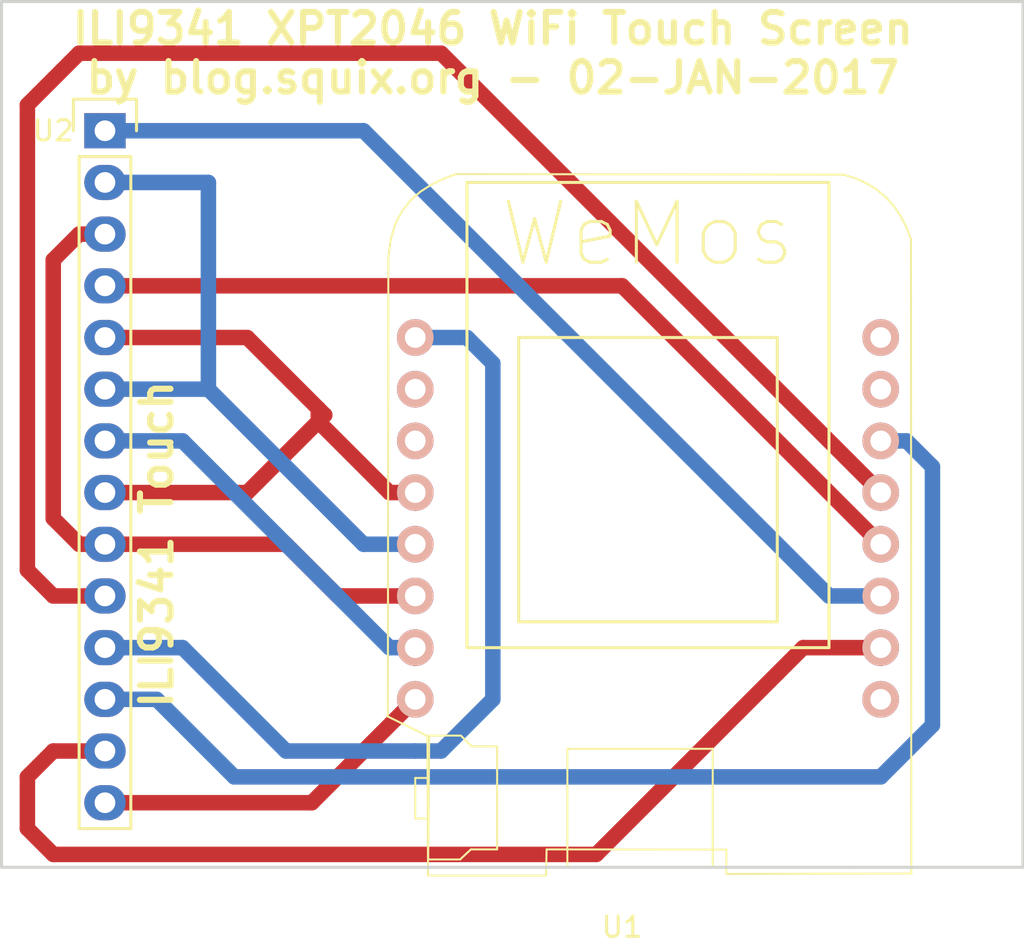
<source format=kicad_pcb>
(kicad_pcb (version 4) (host pcbnew 4.0.5)

  (general
    (links 14)
    (no_connects 0)
    (area 110.414999 82.474999 160.730001 129.0574)
    (thickness 1.6)
    (drawings 6)
    (tracks 60)
    (zones 0)
    (modules 2)
    (nets 17)
  )

  (page A4)
  (layers
    (0 F.Cu signal)
    (31 B.Cu signal)
    (32 B.Adhes user)
    (33 F.Adhes user)
    (34 B.Paste user)
    (35 F.Paste user)
    (36 B.SilkS user)
    (37 F.SilkS user)
    (38 B.Mask user)
    (39 F.Mask user)
    (40 Dwgs.User user)
    (41 Cmts.User user)
    (42 Eco1.User user)
    (43 Eco2.User user)
    (44 Edge.Cuts user)
    (45 Margin user)
    (46 B.CrtYd user)
    (47 F.CrtYd user)
    (48 B.Fab user)
    (49 F.Fab user)
  )

  (setup
    (last_trace_width 0.762)
    (trace_clearance 0.1524)
    (zone_clearance 0.508)
    (zone_45_only no)
    (trace_min 0.1524)
    (segment_width 0.2)
    (edge_width 0.15)
    (via_size 0.6858)
    (via_drill 0.3302)
    (via_min_size 0.6858)
    (via_min_drill 0.3302)
    (uvia_size 0.762)
    (uvia_drill 0.1)
    (uvias_allowed no)
    (uvia_min_size 0)
    (uvia_min_drill 0)
    (pcb_text_width 0.3)
    (pcb_text_size 1.5 1.5)
    (mod_edge_width 0.15)
    (mod_text_size 1 1)
    (mod_text_width 0.15)
    (pad_size 1.524 1.524)
    (pad_drill 0.762)
    (pad_to_mask_clearance 0.2)
    (aux_axis_origin 0 0)
    (visible_elements FFFFFF7F)
    (pcbplotparams
      (layerselection 0x010f0_80000001)
      (usegerberextensions false)
      (excludeedgelayer true)
      (linewidth 0.100000)
      (plotframeref false)
      (viasonmask false)
      (mode 1)
      (useauxorigin false)
      (hpglpennumber 1)
      (hpglpenspeed 20)
      (hpglpendiameter 15)
      (hpglpenoverlay 2)
      (psnegative false)
      (psa4output false)
      (plotreference true)
      (plotvalue false)
      (plotinvisibletext false)
      (padsonsilk false)
      (subtractmaskfromsilk true)
      (outputformat 1)
      (mirror false)
      (drillshape 0)
      (scaleselection 1)
      (outputdirectory GERBERS))
  )

  (net 0 "")
  (net 1 "Net-(U1-Pad8)")
  (net 2 "Net-(U1-Pad7)")
  (net 3 "Net-(U1-Pad6)")
  (net 4 "Net-(U1-Pad5)")
  (net 5 "Net-(U1-Pad4)")
  (net 6 "Net-(U1-Pad3)")
  (net 7 GND)
  (net 8 "Net-(U1-Pad1)")
  (net 9 /VCC)
  (net 10 "Net-(U1-Pad15)")
  (net 11 "Net-(U1-Pad14)")
  (net 12 "Net-(U1-Pad13)")
  (net 13 "Net-(U1-Pad12)")
  (net 14 "Net-(U1-Pad11)")
  (net 15 "Net-(U1-Pad10)")
  (net 16 "Net-(U1-Pad9)")

  (net_class Default "This is the default net class."
    (clearance 0.1524)
    (trace_width 0.762)
    (via_dia 0.6858)
    (via_drill 0.3302)
    (uvia_dia 0.762)
    (uvia_drill 0.1)
    (add_net /VCC)
    (add_net GND)
    (add_net "Net-(U1-Pad1)")
    (add_net "Net-(U1-Pad10)")
    (add_net "Net-(U1-Pad11)")
    (add_net "Net-(U1-Pad12)")
    (add_net "Net-(U1-Pad13)")
    (add_net "Net-(U1-Pad14)")
    (add_net "Net-(U1-Pad15)")
    (add_net "Net-(U1-Pad3)")
    (add_net "Net-(U1-Pad4)")
    (add_net "Net-(U1-Pad5)")
    (add_net "Net-(U1-Pad6)")
    (add_net "Net-(U1-Pad7)")
    (add_net "Net-(U1-Pad8)")
    (add_net "Net-(U1-Pad9)")
  )

  (module Pin_Headers:Pin_Header_Straight_1x14 (layer F.Cu) (tedit 586A49D4) (tstamp 5846E1EC)
    (at 115.57 88.9)
    (descr "Through hole pin header")
    (tags "pin header")
    (path /5846DFFC)
    (fp_text reference U2 (at -2.54 0) (layer F.SilkS)
      (effects (font (size 1 1) (thickness 0.15)))
    )
    (fp_text value ILI9341_24_Touch (at -2.54 9.525 90) (layer F.Fab)
      (effects (font (size 1 1) (thickness 0.15)))
    )
    (fp_line (start -1.75 -1.75) (end -1.75 34.8) (layer F.CrtYd) (width 0.05))
    (fp_line (start 1.75 -1.75) (end 1.75 34.8) (layer F.CrtYd) (width 0.05))
    (fp_line (start -1.75 -1.75) (end 1.75 -1.75) (layer F.CrtYd) (width 0.05))
    (fp_line (start -1.75 34.8) (end 1.75 34.8) (layer F.CrtYd) (width 0.05))
    (fp_line (start -1.27 1.27) (end -1.27 34.29) (layer F.SilkS) (width 0.15))
    (fp_line (start -1.27 34.29) (end 1.27 34.29) (layer F.SilkS) (width 0.15))
    (fp_line (start 1.27 34.29) (end 1.27 1.27) (layer F.SilkS) (width 0.15))
    (fp_line (start 1.55 -1.55) (end 1.55 0) (layer F.SilkS) (width 0.15))
    (fp_line (start 1.27 1.27) (end -1.27 1.27) (layer F.SilkS) (width 0.15))
    (fp_line (start -1.55 0) (end -1.55 -1.55) (layer F.SilkS) (width 0.15))
    (fp_line (start -1.55 -1.55) (end 1.55 -1.55) (layer F.SilkS) (width 0.15))
    (pad 1 thru_hole rect (at 0 0) (size 2.032 1.7272) (drill 1.016) (layers *.Cu *.Mask)
      (net 6 "Net-(U1-Pad3)"))
    (pad 2 thru_hole oval (at 0 2.54) (size 2.032 1.7272) (drill 1.016) (layers *.Cu *.Mask)
      (net 12 "Net-(U1-Pad13)"))
    (pad 3 thru_hole oval (at 0 5.08) (size 2.032 1.7272) (drill 1.016) (layers *.Cu *.Mask)
      (net 11 "Net-(U1-Pad14)"))
    (pad 4 thru_hole oval (at 0 7.62) (size 2.032 1.7272) (drill 1.016) (layers *.Cu *.Mask)
      (net 5 "Net-(U1-Pad4)"))
    (pad 5 thru_hole oval (at 0 10.16) (size 2.032 1.7272) (drill 1.016) (layers *.Cu *.Mask)
      (net 13 "Net-(U1-Pad12)"))
    (pad 6 thru_hole oval (at 0 12.7) (size 2.032 1.7272) (drill 1.016) (layers *.Cu *.Mask)
      (net 12 "Net-(U1-Pad13)"))
    (pad 7 thru_hole oval (at 0 15.24) (size 2.032 1.7272) (drill 1.016) (layers *.Cu *.Mask)
      (net 10 "Net-(U1-Pad15)"))
    (pad 8 thru_hole oval (at 0 17.78) (size 2.032 1.7272) (drill 1.016) (layers *.Cu *.Mask)
      (net 13 "Net-(U1-Pad12)"))
    (pad 9 thru_hole oval (at 0 20.32) (size 2.032 1.7272) (drill 1.016) (layers *.Cu *.Mask)
      (net 11 "Net-(U1-Pad14)"))
    (pad 10 thru_hole oval (at 0 22.86) (size 2.032 1.7272) (drill 1.016) (layers *.Cu *.Mask)
      (net 4 "Net-(U1-Pad5)"))
    (pad 11 thru_hole oval (at 0 25.4) (size 2.032 1.7272) (drill 1.016) (layers *.Cu *.Mask)
      (net 16 "Net-(U1-Pad9)"))
    (pad 12 thru_hole oval (at 0 27.94) (size 2.032 1.7272) (drill 1.016) (layers *.Cu *.Mask)
      (net 3 "Net-(U1-Pad6)"))
    (pad 13 thru_hole oval (at 0 30.48) (size 2.032 1.7272) (drill 1.016) (layers *.Cu *.Mask)
      (net 7 GND))
    (pad 14 thru_hole oval (at 0 33.02) (size 2.032 1.7272) (drill 1.016) (layers *.Cu *.Mask)
      (net 9 /VCC))
    (model Pin_Headers.3dshapes/Pin_Header_Straight_1x14.wrl
      (at (xyz 0 -0.65 0))
      (scale (xyz 1 1 1))
      (rotate (xyz 0 0 90))
    )
  )

  (module WemosD1Mini:D1_mini_board (layer B.Cu) (tedit 586A42E4) (tstamp 5846E1DA)
    (at 142.24 109.22 180)
    (path /5846DA55)
    (fp_text reference U1 (at 1.27 -18.81 180) (layer F.SilkS)
      (effects (font (size 1 1) (thickness 0.15)))
    )
    (fp_text value WeMos_mini (at 1.27 12.065 180) (layer F.Fab)
      (effects (font (size 1 1) (thickness 0.15)))
    )
    (fp_text user WeMos (at 0 15.24 180) (layer F.SilkS)
      (effects (font (size 3 3) (thickness 0.15)))
    )
    (fp_line (start -6.35 -3.81) (end -6.35 10.16) (layer F.SilkS) (width 0.15))
    (fp_line (start -6.35 10.16) (end 6.35 10.16) (layer F.SilkS) (width 0.15))
    (fp_line (start 6.35 10.16) (end 6.35 -3.81) (layer F.SilkS) (width 0.15))
    (fp_line (start 6.35 -3.81) (end -6.35 -3.81) (layer F.SilkS) (width 0.15))
    (fp_line (start -8.89 -5.08) (end 8.89 -5.08) (layer F.SilkS) (width 0.15))
    (fp_line (start 8.89 -5.08) (end 8.89 17.78) (layer F.SilkS) (width 0.15))
    (fp_line (start 8.89 17.78) (end -8.89 17.78) (layer F.SilkS) (width 0.15))
    (fp_line (start -8.89 17.78) (end -8.89 -5.08) (layer F.SilkS) (width 0.15))
    (fp_line (start 10.817472 -16.277228) (end 5.00618 -16.277228) (layer F.SilkS) (width 0.1))
    (fp_line (start 5.00618 -16.277228) (end 4.979849 -14.993795) (layer F.SilkS) (width 0.1))
    (fp_line (start 4.979849 -14.993795) (end -3.851373 -15.000483) (layer F.SilkS) (width 0.1))
    (fp_line (start -3.851373 -15.000483) (end -3.849397 -16.202736) (layer F.SilkS) (width 0.1))
    (fp_line (start -3.849397 -16.202736) (end -12.930193 -16.176658) (layer F.SilkS) (width 0.1))
    (fp_line (start -12.930193 -16.176658) (end -12.916195 14.993493) (layer F.SilkS) (width 0.1))
    (fp_line (start -12.916195 14.993493) (end -12.683384 15.596286) (layer F.SilkS) (width 0.1))
    (fp_line (start -12.683384 15.596286) (end -12.399901 16.141167) (layer F.SilkS) (width 0.1))
    (fp_line (start -12.399901 16.141167) (end -12.065253 16.627577) (layer F.SilkS) (width 0.1))
    (fp_line (start -12.065253 16.627577) (end -11.678953 17.054952) (layer F.SilkS) (width 0.1))
    (fp_line (start -11.678953 17.054952) (end -11.240512 17.422741) (layer F.SilkS) (width 0.1))
    (fp_line (start -11.240512 17.422741) (end -10.74944 17.730377) (layer F.SilkS) (width 0.1))
    (fp_line (start -10.74944 17.730377) (end -10.20525 17.97731) (layer F.SilkS) (width 0.1))
    (fp_line (start -10.20525 17.97731) (end -9.607453 18.162976) (layer F.SilkS) (width 0.1))
    (fp_line (start -9.607453 18.162976) (end 9.43046 18.191734) (layer F.SilkS) (width 0.1))
    (fp_line (start 9.43046 18.191734) (end 10.049824 17.957741) (layer F.SilkS) (width 0.1))
    (fp_line (start 10.049824 17.957741) (end 10.638018 17.673258) (layer F.SilkS) (width 0.1))
    (fp_line (start 10.638018 17.673258) (end 11.181445 17.323743) (layer F.SilkS) (width 0.1))
    (fp_line (start 11.181445 17.323743) (end 11.666503 16.894658) (layer F.SilkS) (width 0.1))
    (fp_line (start 11.666503 16.894658) (end 12.079595 16.37146) (layer F.SilkS) (width 0.1))
    (fp_line (start 12.079595 16.37146) (end 12.407122 15.739613) (layer F.SilkS) (width 0.1))
    (fp_line (start 12.407122 15.739613) (end 12.635482 14.984575) (layer F.SilkS) (width 0.1))
    (fp_line (start 12.635482 14.984575) (end 12.751078 14.091807) (layer F.SilkS) (width 0.1))
    (fp_line (start 12.751078 14.091807) (end 12.776026 -8.463285) (layer F.SilkS) (width 0.1))
    (fp_line (start 12.776026 -8.463285) (end 10.83248 -9.424181) (layer F.SilkS) (width 0.1))
    (fp_line (start 10.83248 -9.424181) (end 10.802686 -16.232524) (layer F.SilkS) (width 0.1))
    (fp_line (start -3.17965 -10.051451) (end 3.959931 -10.051451) (layer F.SilkS) (width 0.1))
    (fp_line (start 3.959931 -10.051451) (end 3.959931 -15.865188) (layer F.SilkS) (width 0.1))
    (fp_line (start 3.959931 -15.865188) (end -3.17965 -15.865188) (layer F.SilkS) (width 0.1))
    (fp_line (start -3.17965 -15.865188) (end -3.17965 -10.051451) (layer F.SilkS) (width 0.1))
    (fp_line (start 10.7436 -9.402349) (end 9.191378 -9.402349) (layer F.SilkS) (width 0.1))
    (fp_line (start 9.191378 -9.402349) (end 8.662211 -9.931515) (layer F.SilkS) (width 0.1))
    (fp_line (start 8.662211 -9.931515) (end 7.40985 -9.931515) (layer F.SilkS) (width 0.1))
    (fp_line (start 7.40985 -9.931515) (end 7.40985 -14.993876) (layer F.SilkS) (width 0.1))
    (fp_line (start 7.40985 -14.993876) (end 8.697489 -14.993876) (layer F.SilkS) (width 0.1))
    (fp_line (start 8.697489 -14.993876) (end 9.226656 -15.487765) (layer F.SilkS) (width 0.1))
    (fp_line (start 9.226656 -15.487765) (end 10.796517 -15.487765) (layer F.SilkS) (width 0.1))
    (fp_line (start 10.796517 -15.487765) (end 10.7436 -9.402349) (layer F.SilkS) (width 0.1))
    (fp_line (start 10.778878 -11.483738) (end 11.431517 -11.483738) (layer F.SilkS) (width 0.1))
    (fp_line (start 11.431517 -11.483738) (end 11.431517 -13.476932) (layer F.SilkS) (width 0.1))
    (fp_line (start 11.431517 -13.476932) (end 10.814156 -13.476932) (layer F.SilkS) (width 0.1))
    (pad 8 thru_hole circle (at -11.43 10.16 180) (size 1.8 1.8) (drill 1.016) (layers *.Cu *.Mask B.SilkS)
      (net 1 "Net-(U1-Pad8)"))
    (pad 7 thru_hole circle (at -11.43 7.62 180) (size 1.8 1.8) (drill 1.016) (layers *.Cu *.Mask B.SilkS)
      (net 2 "Net-(U1-Pad7)"))
    (pad 6 thru_hole circle (at -11.43 5.08 180) (size 1.8 1.8) (drill 1.016) (layers *.Cu *.Mask B.SilkS)
      (net 3 "Net-(U1-Pad6)"))
    (pad 5 thru_hole circle (at -11.43 2.54 180) (size 1.8 1.8) (drill 1.016) (layers *.Cu *.Mask B.SilkS)
      (net 4 "Net-(U1-Pad5)"))
    (pad 4 thru_hole circle (at -11.43 0 180) (size 1.8 1.8) (drill 1.016) (layers *.Cu *.Mask B.SilkS)
      (net 5 "Net-(U1-Pad4)"))
    (pad 3 thru_hole circle (at -11.43 -2.54 180) (size 1.8 1.8) (drill 1.016) (layers *.Cu *.Mask B.SilkS)
      (net 6 "Net-(U1-Pad3)"))
    (pad 2 thru_hole circle (at -11.43 -5.08 180) (size 1.8 1.8) (drill 1.016) (layers *.Cu *.Mask B.SilkS)
      (net 7 GND))
    (pad 1 thru_hole circle (at -11.43 -7.62 180) (size 1.8 1.8) (drill 1.016) (layers *.Cu *.Mask B.SilkS)
      (net 8 "Net-(U1-Pad1)"))
    (pad 16 thru_hole circle (at 11.43 -7.62 180) (size 1.8 1.8) (drill 1.016) (layers *.Cu *.Mask B.SilkS)
      (net 9 /VCC))
    (pad 15 thru_hole circle (at 11.43 -5.08 180) (size 1.8 1.8) (drill 1.016) (layers *.Cu *.Mask B.SilkS)
      (net 10 "Net-(U1-Pad15)"))
    (pad 14 thru_hole circle (at 11.43 -2.54 180) (size 1.8 1.8) (drill 1.016) (layers *.Cu *.Mask B.SilkS)
      (net 11 "Net-(U1-Pad14)"))
    (pad 13 thru_hole circle (at 11.43 0 180) (size 1.8 1.8) (drill 1.016) (layers *.Cu *.Mask B.SilkS)
      (net 12 "Net-(U1-Pad13)"))
    (pad 12 thru_hole circle (at 11.43 2.54 180) (size 1.8 1.8) (drill 1.016) (layers *.Cu *.Mask B.SilkS)
      (net 13 "Net-(U1-Pad12)"))
    (pad 11 thru_hole circle (at 11.43 5.08 180) (size 1.8 1.8) (drill 1.016) (layers *.Cu *.Mask B.SilkS)
      (net 14 "Net-(U1-Pad11)"))
    (pad 10 thru_hole circle (at 11.43 7.62 180) (size 1.8 1.8) (drill 1.016) (layers *.Cu *.Mask B.SilkS)
      (net 15 "Net-(U1-Pad10)"))
    (pad 9 thru_hole circle (at 11.43 10.16 180) (size 1.8 1.8) (drill 1.016) (layers *.Cu *.Mask B.SilkS)
      (net 16 "Net-(U1-Pad9)"))
  )

  (gr_text "ILI9341 Touch" (at 118.11 109.22 90) (layer F.SilkS)
    (effects (font (size 1.5 1.5) (thickness 0.3)))
  )
  (gr_line (start 110.49 82.55) (end 160.655 82.55) (angle 90) (layer Edge.Cuts) (width 0.15))
  (gr_text "ILI9341 XPT2046 WiFi Touch Screen\nby blog.squix.org - 02-JAN-2017" (at 134.62 85.09) (layer F.SilkS)
    (effects (font (size 1.5 1.5) (thickness 0.3)))
  )
  (gr_line (start 160.655 125.095) (end 160.655 82.55) (angle 90) (layer Edge.Cuts) (width 0.15))
  (gr_line (start 110.49 125.095) (end 160.655 125.095) (angle 90) (layer Edge.Cuts) (width 0.15))
  (gr_line (start 110.49 82.55) (end 110.49 125.095) (angle 90) (layer Edge.Cuts) (width 0.15))

  (segment (start 115.57 116.84) (end 118.11 116.84) (width 0.762) (layer B.Cu) (net 3))
  (segment (start 154.94 104.14) (end 153.67 104.14) (width 0.762) (layer B.Cu) (net 3) (tstamp 586A47A2))
  (segment (start 156.21 105.41) (end 154.94 104.14) (width 0.762) (layer B.Cu) (net 3) (tstamp 586A479E))
  (segment (start 156.21 118.11) (end 156.21 105.41) (width 0.762) (layer B.Cu) (net 3) (tstamp 586A479C))
  (segment (start 153.67 120.65) (end 156.21 118.11) (width 0.762) (layer B.Cu) (net 3) (tstamp 586A478F))
  (segment (start 121.92 120.65) (end 153.67 120.65) (width 0.762) (layer B.Cu) (net 3) (tstamp 586A478D))
  (segment (start 118.11 116.84) (end 121.92 120.65) (width 0.762) (layer B.Cu) (net 3) (tstamp 586A4784))
  (segment (start 115.57 111.76) (end 113.03 111.76) (width 0.762) (layer F.Cu) (net 4))
  (segment (start 132.08 85.09) (end 153.67 106.68) (width 0.762) (layer F.Cu) (net 4) (tstamp 586A48D3))
  (segment (start 114.3 85.09) (end 132.08 85.09) (width 0.762) (layer F.Cu) (net 4) (tstamp 586A48CB))
  (segment (start 111.76 87.63) (end 114.3 85.09) (width 0.762) (layer F.Cu) (net 4) (tstamp 586A48CA))
  (segment (start 111.76 110.49) (end 111.76 87.63) (width 0.762) (layer F.Cu) (net 4) (tstamp 586A48C4))
  (segment (start 113.03 111.76) (end 111.76 110.49) (width 0.762) (layer F.Cu) (net 4) (tstamp 586A48C2))
  (segment (start 115.57 96.52) (end 140.97 96.52) (width 0.762) (layer F.Cu) (net 5))
  (segment (start 140.97 96.52) (end 153.67 109.22) (width 0.762) (layer F.Cu) (net 5) (tstamp 586A486B))
  (segment (start 153.67 111.76) (end 151.13 111.76) (width 0.762) (layer B.Cu) (net 6))
  (segment (start 128.27 88.9) (end 115.57 88.9) (width 0.762) (layer B.Cu) (net 6) (tstamp 586A47CA))
  (segment (start 151.13 111.76) (end 128.27 88.9) (width 0.762) (layer B.Cu) (net 6) (tstamp 586A47C5))
  (segment (start 115.57 119.38) (end 113.03 119.38) (width 0.762) (layer F.Cu) (net 7))
  (segment (start 149.86 114.3) (end 153.67 114.3) (width 0.762) (layer F.Cu) (net 7) (tstamp 586A4743))
  (segment (start 148.59 115.57) (end 149.86 114.3) (width 0.762) (layer F.Cu) (net 7) (tstamp 586A473F))
  (segment (start 139.7 124.46) (end 148.59 115.57) (width 0.762) (layer F.Cu) (net 7) (tstamp 586A4738))
  (segment (start 113.03 124.46) (end 139.7 124.46) (width 0.762) (layer F.Cu) (net 7) (tstamp 586A4733))
  (segment (start 111.76 123.19) (end 113.03 124.46) (width 0.762) (layer F.Cu) (net 7) (tstamp 586A4732))
  (segment (start 111.76 120.65) (end 111.76 123.19) (width 0.762) (layer F.Cu) (net 7) (tstamp 586A4730))
  (segment (start 113.03 119.38) (end 111.76 120.65) (width 0.762) (layer F.Cu) (net 7) (tstamp 586A472D))
  (segment (start 115.57 121.92) (end 125.73 121.92) (width 0.762) (layer F.Cu) (net 9))
  (segment (start 125.73 121.92) (end 130.81 116.84) (width 0.762) (layer F.Cu) (net 9) (tstamp 586A4717))
  (segment (start 115.57 104.14) (end 119.38 104.14) (width 0.762) (layer B.Cu) (net 10))
  (segment (start 129.54 114.3) (end 130.81 114.3) (width 0.762) (layer B.Cu) (net 10) (tstamp 586A484C))
  (segment (start 119.38 104.14) (end 129.54 114.3) (width 0.762) (layer B.Cu) (net 10) (tstamp 586A4849))
  (segment (start 115.57 109.22) (end 114.3 109.22) (width 0.762) (layer F.Cu) (net 11))
  (segment (start 114.3 93.98) (end 115.57 93.98) (width 0.762) (layer F.Cu) (net 11) (tstamp 586A48BE))
  (segment (start 113.03 95.25) (end 114.3 93.98) (width 0.762) (layer F.Cu) (net 11) (tstamp 586A48BC))
  (segment (start 113.03 107.95) (end 113.03 95.25) (width 0.762) (layer F.Cu) (net 11) (tstamp 586A48B8))
  (segment (start 114.3 109.22) (end 113.03 107.95) (width 0.762) (layer F.Cu) (net 11) (tstamp 586A48B6))
  (segment (start 115.57 109.22) (end 124.46 109.22) (width 0.762) (layer F.Cu) (net 11))
  (segment (start 127 111.76) (end 130.81 111.76) (width 0.762) (layer F.Cu) (net 11) (tstamp 586A4886))
  (segment (start 124.46 109.22) (end 127 111.76) (width 0.762) (layer F.Cu) (net 11) (tstamp 586A4882))
  (segment (start 115.57 101.6) (end 120.65 101.6) (width 0.762) (layer B.Cu) (net 12))
  (segment (start 120.65 101.6) (end 128.27 109.22) (width 0.762) (layer B.Cu) (net 12) (tstamp 586A47E9))
  (segment (start 128.27 109.22) (end 130.81 109.22) (width 0.762) (layer B.Cu) (net 12) (tstamp 586A47F2))
  (segment (start 115.57 91.44) (end 120.65 91.44) (width 0.762) (layer B.Cu) (net 12))
  (segment (start 120.65 91.44) (end 120.65 101.6) (width 0.762) (layer B.Cu) (net 12) (tstamp 5847110C))
  (segment (start 126.0475 102.5525) (end 126.0475 103.1875) (width 0.762) (layer F.Cu) (net 13))
  (segment (start 129.54 106.68) (end 130.81 106.68) (width 0.762) (layer F.Cu) (net 13) (tstamp 586A480A))
  (segment (start 126.0475 103.1875) (end 129.54 106.68) (width 0.762) (layer F.Cu) (net 13) (tstamp 586A4802))
  (segment (start 126.365 102.87) (end 126.0475 102.5525) (width 0.762) (layer F.Cu) (net 13))
  (segment (start 126.0475 102.5525) (end 122.555 99.06) (width 0.762) (layer F.Cu) (net 13) (tstamp 586A4800))
  (segment (start 122.555 99.06) (end 115.57 99.06) (width 0.762) (layer F.Cu) (net 13) (tstamp 58470FA8))
  (segment (start 115.57 106.68) (end 122.555 106.68) (width 0.762) (layer F.Cu) (net 13))
  (segment (start 122.555 106.68) (end 126.365 102.87) (width 0.762) (layer F.Cu) (net 13) (tstamp 58470F9C))
  (segment (start 115.57 114.3) (end 119.38 114.3) (width 0.762) (layer B.Cu) (net 16))
  (segment (start 133.35 99.06) (end 130.81 99.06) (width 0.762) (layer B.Cu) (net 16) (tstamp 586A483D))
  (segment (start 134.62 100.33) (end 133.35 99.06) (width 0.762) (layer B.Cu) (net 16) (tstamp 586A4837))
  (segment (start 134.62 116.84) (end 134.62 100.33) (width 0.762) (layer B.Cu) (net 16) (tstamp 586A4832))
  (segment (start 132.08 119.38) (end 134.62 116.84) (width 0.762) (layer B.Cu) (net 16) (tstamp 586A482E))
  (segment (start 130.81 119.38) (end 132.08 119.38) (width 0.762) (layer B.Cu) (net 16) (tstamp 586A482B))
  (segment (start 124.46 119.38) (end 130.81 119.38) (width 0.762) (layer B.Cu) (net 16) (tstamp 586A4827))
  (segment (start 119.38 114.3) (end 124.46 119.38) (width 0.762) (layer B.Cu) (net 16) (tstamp 586A4825))

)

</source>
